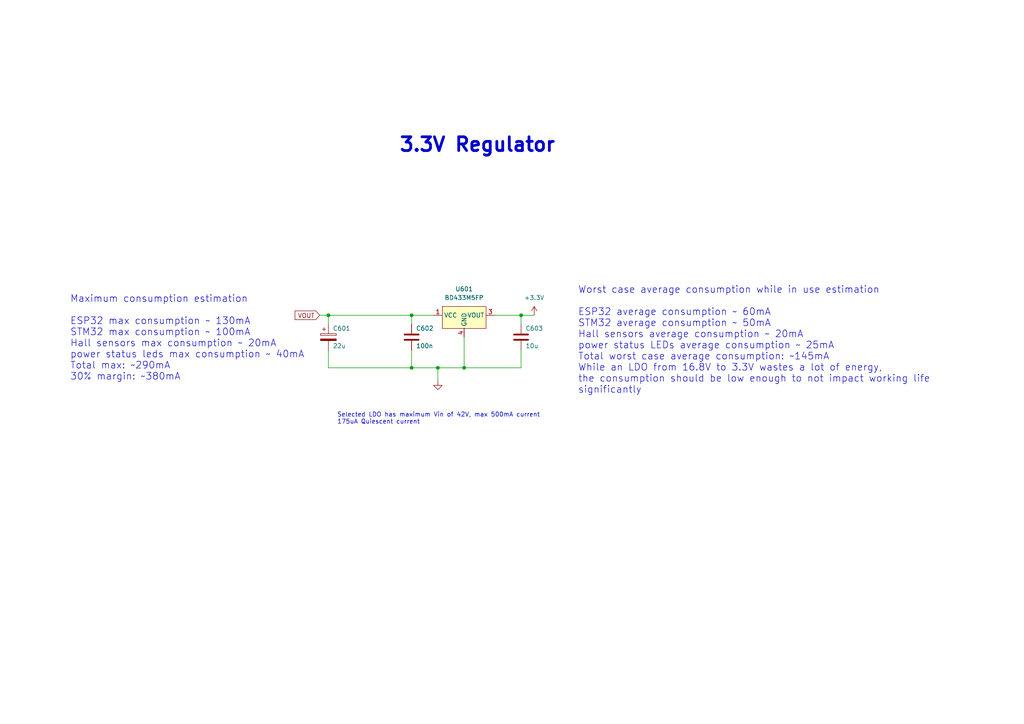
<source format=kicad_sch>
(kicad_sch (version 20211123) (generator eeschema)
  (paper "A4")
  (lib_symbols
    (symbol "Device:C" (pin_numbers hide) (pin_names (offset 0.254))
      (property "Reference" "C" (at 0.635 2.54 0))
      (property "Value" "C" (at 0.635 -2.54 0))
      (symbol "C_0_1"
        (polyline (pts (xy -2.032 -0.762) (xy 2.032 -0.762)) (stroke (width 0.508)))
        (polyline (pts (xy -2.032 0.762) (xy 2.032 0.762)) (stroke (width 0.508)))
      )
      (symbol "C_1_1"
        (pin passive line (at 0 3.81 270) (length 2.794) (name "~") (number "1"))
        (pin passive line (at 0 -3.81 90) (length 2.794) (name "~") (number "2"))
      )
    )
    (symbol "Device:C_Polarized" (pin_numbers hide) (pin_names (offset 0.254))
      (property "Reference" "C" (at 0.635 2.54 0))
      (property "Value" "C_Polarized" (at 0.635 -2.54 0))
      (symbol "C_Polarized_0_1"
        (rectangle (start -2.286 0.508) (end 2.286 1.016))
        (polyline (pts (xy -1.778 2.286) (xy -0.762 2.286)))
        (polyline (pts (xy -1.27 2.794) (xy -1.27 1.778)))
        (rectangle (start 2.286 -0.508) (end -2.286 -1.016) (fill (type outline)))
      )
      (symbol "C_Polarized_1_1"
        (pin passive line (at 0 3.81 270) (length 2.794) (name "~") (number "1"))
        (pin passive line (at 0 -3.81 90) (length 2.794) (name "~") (number "2"))
      )
    )
    (symbol "Eldalote_symbols:BD433M5FP"
      (property "Reference" "U" (at -5.08 3.81 0))
      (property "Value" "BD433M5FP" (at 7.62 -5.08 0))
      (symbol "BD433M5FP_0_1"
        (rectangle (start -6.35 2.54) (end 6.35 -3.81) (fill (type background)))
      )
      (symbol "BD433M5FP_1_1"
        (pin power_in line (at -8.89 0 0) (length 2.54) (name "VCC") (number "1"))
        (pin no_connect line (at -3.81 -6.35 90) (length 2.54) hide (name "N.C.") (number "2"))
        (pin power_out line (at 8.89 0 180) (length 2.54) (name "VOUT") (number "3"))
        (pin power_in line (at 0 -6.35 90) (length 2.54) (name "GND") (number "4"))
      )
    )
    (symbol "power:+3.3V" (power) (pin_names (offset 0))
      (property "Value" "+3.3V" (at 0 3.556 0))
      (symbol "+3.3V_0_1"
        (polyline (pts (xy -0.762 1.27) (xy 0 2.54)))
        (polyline (pts (xy 0 0) (xy 0 2.54)))
        (polyline (pts (xy 0 2.54) (xy 0.762 1.27)))
      )
      (symbol "+3.3V_1_1"
        (pin power_in line (at 0 0 90) (length 0) hide (name "+3.3V") (number "1"))
      )
    )
    (symbol "power:GND" (power) (pin_names (offset 0))
      (property "Value" "GND" (at 0 -3.81 0))
      (symbol "GND_0_1"
        (polyline (pts (xy 0 0) (xy 0 -1.27) (xy 1.27 -1.27) (xy 0 -2.54) (xy -1.27 -1.27) (xy 0 -1.27)))
      )
      (symbol "GND_1_1"
        (pin power_in line (at 0 0 270) (length 0) hide (name "GND") (number "1"))
      )
    )
  )
  (junction (at 95.25 91.44))
  (junction (at 151.13 91.44))
  (junction (at 119.38 91.44))
  (junction (at 127 106.68))
  (junction (at 119.38 106.68))
  (junction (at 134.62 106.68))
  (wire (pts (xy 119.38 101.6) (xy 119.38 106.68)))
  (wire (pts (xy 119.38 91.44) (xy 119.38 93.98)))
  (wire (pts (xy 95.25 91.44) (xy 119.38 91.44)))
  (wire (pts (xy 95.25 93.98) (xy 95.25 91.44)))
  (wire (pts (xy 119.38 91.44) (xy 125.73 91.44)))
  (wire (pts (xy 127 106.68) (xy 127 110.49)))
  (wire (pts (xy 151.13 91.44) (xy 143.51 91.44)))
  (wire (pts (xy 134.62 97.79) (xy 134.62 106.68)))
  (wire (pts (xy 151.13 106.68) (xy 134.62 106.68)))
  (wire (pts (xy 95.25 101.6) (xy 95.25 106.68)))
  (wire (pts (xy 151.13 101.6) (xy 151.13 106.68)))
  (wire (pts (xy 95.25 106.68) (xy 119.38 106.68)))
  (wire (pts (xy 154.94 91.44) (xy 151.13 91.44)))
  (wire (pts (xy 92.71 91.44) (xy 95.25 91.44)))
  (wire (pts (xy 134.62 106.68) (xy 127 106.68)))
  (wire (pts (xy 127 106.68) (xy 119.38 106.68)))
  (wire (pts (xy 151.13 93.98) (xy 151.13 91.44)))
  (text "Worst case average consumption while in use estimation\n\nESP32 average consumption ~ 60mA\nSTM32 average consumption ~ 50mA\nHall sensors average consumption ~ 20mA\npower status LEDs average consumption ~ 25mA\nTotal worst case average consumption: ~145mA\nWhile an LDO from 16.8V to 3.3V wastes a lot of energy,\nthe consumption should be low enough to not impact working life\nsignificantly" (at 167.64 114.3 0) (effects (font (size 2 2)) (justify left bottom)))
  (text "Maximum consumption estimation\n\nESP32 max consumption ~ 130mA\nSTM32 max consumption ~ 100mA\nHall sensors max consumption ~ 20mA\npower status leds max consumption ~ 40mA\nTotal max: ~290mA \n30% margin: ~380mA\n" (at 20.32 110.49 0) (effects (font (size 2 2)) (justify left bottom)))
  (text "Selected LDO has maximum Vin of 42V, max 500mA current\n175uA Quiescent current\n" (at 97.79 123.19 0) (effects (font (size 1.27 1.27)) (justify left bottom)))
  (text "3.3V Regulator" (at 115.57 44.45 0) (effects (font (size 4 4) (thickness 0.8) bold) (justify left bottom)))
  (global_label "VOUT" (shape input) (at 92.71 91.44 180) (property "Intersheet References" "${INTERSHEET_REFS}" (effects hide)))
  (symbol (lib_id "Eldalote_symbols:BD433M5FP") (at 134.62 91.44 0) (unit 1)
    (property "Reference" "U601" (at 134.62 83.82 0))
    (property "Value" "BD433M5FP" (at 134.62 86.36 0))
    (property "Footprint" "Package_TO_SOT_SMD:TO-252-3_TabPin4" (effects hide))
  )
  (symbol (lib_id "power:+3.3V") (at 154.94 91.44 0) (unit 1)
    (property "Reference" "#PWR0602" (effects hide))
    (property "Value" "+3.3V" (at 154.94 86.36 0))
  )
  (symbol (lib_id "Device:C_Polarized") (at 95.25 97.79 0) (unit 1)
    (property "Reference" "C601" (at 96.52 95.25 0) (effects (justify left)))
    (property "Value" "22u" (at 96.52 100.33 0) (effects (justify left)))
    (property "Footprint" "Capacitor_SMD:CP_Elec_5x5.3" (effects hide))
  )
  (symbol (lib_id "power:GND") (at 127 110.49 0) (unit 1)
    (property "Reference" "#PWR0601" (effects hide))
    (property "Value" "GND" (effects hide))
  )
  (symbol (lib_id "Device:C") (at 151.13 97.79 0) (unit 1)
    (property "Reference" "C603" (at 152.4 95.25 0) (effects (justify left)))
    (property "Value" "10u" (at 152.4 100.33 0) (effects (justify left)))
    (property "Footprint" "Capacitor_SMD:C_0805_2012Metric" (effects hide))
  )
  (symbol (lib_id "Device:C") (at 119.38 97.79 0) (unit 1)
    (property "Reference" "C602" (at 120.65 95.25 0) (effects (justify left)))
    (property "Value" "100n" (at 120.65 100.33 0) (effects (justify left)))
    (property "Footprint" "Capacitor_SMD:C_0402_1005Metric" (effects hide))
  )
)
</source>
